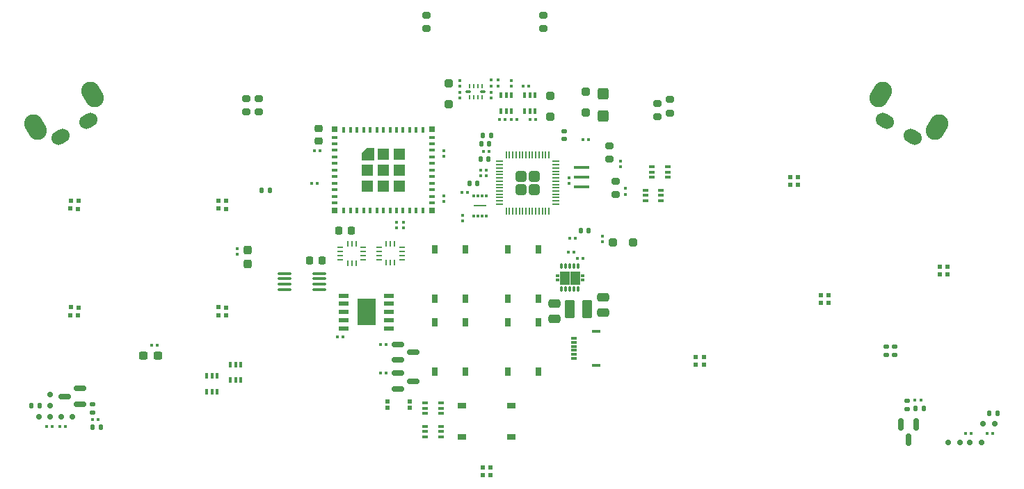
<source format=gbr>
%TF.GenerationSoftware,KiCad,Pcbnew,8.0.2*%
%TF.CreationDate,2024-08-31T11:23:20-07:00*%
%TF.ProjectId,UGC_Main_R4K,5547435f-4d61-4696-9e5f-52344b2e6b69,rev?*%
%TF.SameCoordinates,Original*%
%TF.FileFunction,Paste,Top*%
%TF.FilePolarity,Positive*%
%FSLAX46Y46*%
G04 Gerber Fmt 4.6, Leading zero omitted, Abs format (unit mm)*
G04 Created by KiCad (PCBNEW 8.0.2) date 2024-08-31 11:23:20*
%MOMM*%
%LPD*%
G01*
G04 APERTURE LIST*
G04 Aperture macros list*
%AMRoundRect*
0 Rectangle with rounded corners*
0 $1 Rounding radius*
0 $2 $3 $4 $5 $6 $7 $8 $9 X,Y pos of 4 corners*
0 Add a 4 corners polygon primitive as box body*
4,1,4,$2,$3,$4,$5,$6,$7,$8,$9,$2,$3,0*
0 Add four circle primitives for the rounded corners*
1,1,$1+$1,$2,$3*
1,1,$1+$1,$4,$5*
1,1,$1+$1,$6,$7*
1,1,$1+$1,$8,$9*
0 Add four rect primitives between the rounded corners*
20,1,$1+$1,$2,$3,$4,$5,0*
20,1,$1+$1,$4,$5,$6,$7,0*
20,1,$1+$1,$6,$7,$8,$9,0*
20,1,$1+$1,$8,$9,$2,$3,0*%
%AMHorizOval*
0 Thick line with rounded ends*
0 $1 width*
0 $2 $3 position (X,Y) of the first rounded end (center of the circle)*
0 $4 $5 position (X,Y) of the second rounded end (center of the circle)*
0 Add line between two ends*
20,1,$1,$2,$3,$4,$5,0*
0 Add two circle primitives to create the rounded ends*
1,1,$1,$2,$3*
1,1,$1,$4,$5*%
%AMRotRect*
0 Rectangle, with rotation*
0 The origin of the aperture is its center*
0 $1 length*
0 $2 width*
0 $3 Rotation angle, in degrees counterclockwise*
0 Add horizontal line*
21,1,$1,$2,0,0,$3*%
G04 Aperture macros list end*
%ADD10C,0.010000*%
%ADD11RoundRect,0.079500X0.100500X-0.079500X0.100500X0.079500X-0.100500X0.079500X-0.100500X-0.079500X0*%
%ADD12RoundRect,0.135000X0.135000X0.185000X-0.135000X0.185000X-0.135000X-0.185000X0.135000X-0.185000X0*%
%ADD13RoundRect,0.140000X-0.140000X-0.170000X0.140000X-0.170000X0.140000X0.170000X-0.140000X0.170000X0*%
%ADD14RoundRect,0.250000X0.475000X-0.250000X0.475000X0.250000X-0.475000X0.250000X-0.475000X-0.250000X0*%
%ADD15RoundRect,0.135000X0.185000X-0.135000X0.185000X0.135000X-0.185000X0.135000X-0.185000X-0.135000X0*%
%ADD16RoundRect,0.079500X-0.079500X-0.100500X0.079500X-0.100500X0.079500X0.100500X-0.079500X0.100500X0*%
%ADD17R,0.550000X0.500000*%
%ADD18RoundRect,0.079500X0.079500X0.100500X-0.079500X0.100500X-0.079500X-0.100500X0.079500X-0.100500X0*%
%ADD19RoundRect,0.200000X-0.275000X0.200000X-0.275000X-0.200000X0.275000X-0.200000X0.275000X0.200000X0*%
%ADD20RoundRect,0.200000X0.275000X-0.200000X0.275000X0.200000X-0.275000X0.200000X-0.275000X-0.200000X0*%
%ADD21RoundRect,0.250000X0.375000X0.850000X-0.375000X0.850000X-0.375000X-0.850000X0.375000X-0.850000X0*%
%ADD22RoundRect,0.150000X0.150000X0.200000X-0.150000X0.200000X-0.150000X-0.200000X0.150000X-0.200000X0*%
%ADD23RoundRect,0.079500X-0.100500X0.079500X-0.100500X-0.079500X0.100500X-0.079500X0.100500X0.079500X0*%
%ADD24R,0.745000X0.280000*%
%ADD25R,0.280000X0.745000*%
%ADD26RoundRect,0.135000X-0.135000X-0.185000X0.135000X-0.185000X0.135000X0.185000X-0.135000X0.185000X0*%
%ADD27RoundRect,0.225000X-0.225000X-0.250000X0.225000X-0.250000X0.225000X0.250000X-0.225000X0.250000X0*%
%ADD28RoundRect,0.050000X0.075000X-0.225000X0.075000X0.225000X-0.075000X0.225000X-0.075000X-0.225000X0*%
%ADD29RoundRect,0.050000X0.050000X-0.225000X0.050000X0.225000X-0.050000X0.225000X-0.050000X-0.225000X0*%
%ADD30RoundRect,0.050000X0.250000X-0.100000X0.250000X0.100000X-0.250000X0.100000X-0.250000X-0.100000X0*%
%ADD31RoundRect,0.150000X-0.587500X-0.150000X0.587500X-0.150000X0.587500X0.150000X-0.587500X0.150000X0*%
%ADD32RoundRect,0.150000X0.587500X0.150000X-0.587500X0.150000X-0.587500X-0.150000X0.587500X-0.150000X0*%
%ADD33RoundRect,0.250000X-0.425000X0.450000X-0.425000X-0.450000X0.425000X-0.450000X0.425000X0.450000X0*%
%ADD34RoundRect,0.135000X-0.185000X0.135000X-0.185000X-0.135000X0.185000X-0.135000X0.185000X0.135000X0*%
%ADD35RotRect,0.550000X0.550000X357.000000*%
%ADD36R,1.300000X0.600000*%
%ADD37R,2.300000X3.200000*%
%ADD38RoundRect,0.140000X0.140000X0.170000X-0.140000X0.170000X-0.140000X-0.170000X0.140000X-0.170000X0*%
%ADD39R,0.550000X0.550000*%
%ADD40RoundRect,0.140000X-0.170000X0.140000X-0.170000X-0.140000X0.170000X-0.140000X0.170000X0.140000X0*%
%ADD41RoundRect,0.250000X-0.475000X0.250000X-0.475000X-0.250000X0.475000X-0.250000X0.475000X0.250000X0*%
%ADD42HorizOval,2.250000X-0.250000X0.433013X0.250000X-0.433013X0*%
%ADD43HorizOval,1.700000X0.259808X0.150000X-0.259808X-0.150000X0*%
%ADD44RoundRect,0.150000X-0.200000X0.150000X-0.200000X-0.150000X0.200000X-0.150000X0.200000X0.150000X0*%
%ADD45HorizOval,2.250000X-0.250000X-0.433013X0.250000X0.433013X0*%
%ADD46HorizOval,1.700000X0.259808X-0.150000X-0.259808X0.150000X0*%
%ADD47RoundRect,0.150000X-0.150000X-0.200000X0.150000X-0.200000X0.150000X0.200000X-0.150000X0.200000X0*%
%ADD48R,0.750000X1.000000*%
%ADD49RoundRect,0.150000X-0.150000X0.587500X-0.150000X-0.587500X0.150000X-0.587500X0.150000X0.587500X0*%
%ADD50RoundRect,0.100000X-0.225000X-0.100000X0.225000X-0.100000X0.225000X0.100000X-0.225000X0.100000X0*%
%ADD51RoundRect,0.249999X0.395001X-0.395001X0.395001X0.395001X-0.395001X0.395001X-0.395001X-0.395001X0*%
%ADD52RoundRect,0.050000X0.050000X-0.387500X0.050000X0.387500X-0.050000X0.387500X-0.050000X-0.387500X0*%
%ADD53RoundRect,0.050000X0.387500X-0.050000X0.387500X0.050000X-0.387500X0.050000X-0.387500X-0.050000X0*%
%ADD54RoundRect,0.250000X0.250000X-0.250000X0.250000X0.250000X-0.250000X0.250000X-0.250000X-0.250000X0*%
%ADD55RoundRect,0.100000X0.100000X-0.225000X0.100000X0.225000X-0.100000X0.225000X-0.100000X-0.225000X0*%
%ADD56RoundRect,0.100000X-0.712500X-0.100000X0.712500X-0.100000X0.712500X0.100000X-0.712500X0.100000X0*%
%ADD57RoundRect,0.100000X0.225000X0.100000X-0.225000X0.100000X-0.225000X-0.100000X0.225000X-0.100000X0*%
%ADD58R,1.000000X0.750000*%
%ADD59R,1.900000X0.400000*%
%ADD60RoundRect,0.237500X-0.300000X-0.237500X0.300000X-0.237500X0.300000X0.237500X-0.300000X0.237500X0*%
%ADD61RoundRect,0.225000X0.250000X-0.225000X0.250000X0.225000X-0.250000X0.225000X-0.250000X-0.225000X0*%
%ADD62RoundRect,0.250000X-0.250000X0.250000X-0.250000X-0.250000X0.250000X-0.250000X0.250000X0.250000X0*%
%ADD63RoundRect,0.237500X0.237500X-0.300000X0.237500X0.300000X-0.237500X0.300000X-0.237500X-0.300000X0*%
%ADD64R,0.800000X0.400000*%
%ADD65R,0.400000X0.800000*%
%ADD66R,1.450000X1.450000*%
%ADD67R,0.700000X0.700000*%
%ADD68R,0.700000X0.300000*%
%ADD69R,1.000000X0.300000*%
%ADD70RoundRect,0.007200X0.112800X-0.292800X0.112800X0.292800X-0.112800X0.292800X-0.112800X-0.292800X0*%
%ADD71RoundRect,0.250000X0.250000X0.250000X-0.250000X0.250000X-0.250000X-0.250000X0.250000X-0.250000X0*%
%ADD72R,0.300000X0.400000*%
%ADD73R,1.600000X0.200000*%
G04 APERTURE END LIST*
D10*
%TO.C,U1*%
X204711000Y-104629800D02*
X203261000Y-104629800D01*
X203261000Y-103779800D01*
X203861000Y-103179800D01*
X204711000Y-103179800D01*
X204711000Y-104629800D01*
G36*
X204711000Y-104629800D02*
G01*
X203261000Y-104629800D01*
X203261000Y-103779800D01*
X203861000Y-103179800D01*
X204711000Y-103179800D01*
X204711000Y-104629800D01*
G37*
%TO.C,U4*%
X227265400Y-118848600D02*
X226925400Y-118848600D01*
X226925400Y-118598600D01*
X227265400Y-118598600D01*
X227265400Y-118848600D01*
G36*
X227265400Y-118848600D02*
G01*
X226925400Y-118848600D01*
X226925400Y-118598600D01*
X227265400Y-118598600D01*
X227265400Y-118848600D01*
G37*
X227265400Y-119348600D02*
X226925400Y-119348600D01*
X226925400Y-119098600D01*
X227265400Y-119098600D01*
X227265400Y-119348600D01*
G36*
X227265400Y-119348600D02*
G01*
X226925400Y-119348600D01*
X226925400Y-119098600D01*
X227265400Y-119098600D01*
X227265400Y-119348600D01*
G37*
X228525400Y-119723600D02*
X227465400Y-119723600D01*
X227465400Y-118223600D01*
X228525400Y-118223600D01*
X228525400Y-119723600D01*
G36*
X228525400Y-119723600D02*
G01*
X227465400Y-119723600D01*
X227465400Y-118223600D01*
X228525400Y-118223600D01*
X228525400Y-119723600D01*
G37*
X229785400Y-119723600D02*
X228725400Y-119723600D01*
X228725400Y-118223600D01*
X229785400Y-118223600D01*
X229785400Y-119723600D01*
G36*
X229785400Y-119723600D02*
G01*
X228725400Y-119723600D01*
X228725400Y-118223600D01*
X229785400Y-118223600D01*
X229785400Y-119723600D01*
G37*
X230325400Y-118848600D02*
X229985400Y-118848600D01*
X229985400Y-118598600D01*
X230325400Y-118598600D01*
X230325400Y-118848600D01*
G36*
X230325400Y-118848600D02*
G01*
X229985400Y-118848600D01*
X229985400Y-118598600D01*
X230325400Y-118598600D01*
X230325400Y-118848600D01*
G37*
X230325400Y-119348600D02*
X229985400Y-119348600D01*
X229985400Y-119098600D01*
X230325400Y-119098600D01*
X230325400Y-119348600D01*
G36*
X230325400Y-119348600D02*
G01*
X229985400Y-119348600D01*
X229985400Y-119098600D01*
X230325400Y-119098600D01*
X230325400Y-119348600D01*
G37*
%TD*%
D11*
%TO.C,R30*%
X219049600Y-95595000D03*
X219049600Y-94905000D03*
%TD*%
D12*
%TO.C,R39*%
X271731200Y-134899400D03*
X270711200Y-134899400D03*
%TD*%
D13*
%TO.C,C17*%
X229974200Y-113207800D03*
X230934200Y-113207800D03*
%TD*%
D14*
%TO.C,C4*%
X232714800Y-123251000D03*
X232714800Y-121351000D03*
%TD*%
D15*
%TO.C,R35*%
X268122400Y-128373600D03*
X268122400Y-127353600D03*
%TD*%
D16*
%TO.C,R1*%
X177759800Y-127203200D03*
X178449800Y-127203200D03*
%TD*%
D17*
%TO.C,SW16*%
X206451200Y-134048600D03*
X206451200Y-134848600D03*
X209101200Y-134048600D03*
X209101200Y-134848600D03*
%TD*%
D18*
%TO.C,C26*%
X280075200Y-137922000D03*
X279385200Y-137922000D03*
%TD*%
D11*
%TO.C,R8*%
X213309200Y-109717400D03*
X213309200Y-109027400D03*
%TD*%
D18*
%TO.C,R5*%
X230926200Y-102108000D03*
X230236200Y-102108000D03*
%TD*%
D19*
%TO.C,R22*%
X225430000Y-86985000D03*
X225430000Y-88635000D03*
%TD*%
D18*
%TO.C,C27*%
X277509800Y-137922000D03*
X276819800Y-137922000D03*
%TD*%
D20*
%TO.C,R38*%
X240817400Y-98919800D03*
X240817400Y-97269800D03*
%TD*%
D16*
%TO.C,C33*%
X164907400Y-137083800D03*
X165597400Y-137083800D03*
%TD*%
D21*
%TO.C,L5*%
X230767200Y-122783600D03*
X228617200Y-122783600D03*
%TD*%
D16*
%TO.C,R6*%
X217788900Y-106566900D03*
X218478900Y-106566900D03*
%TD*%
D11*
%TO.C,C15*%
X234797600Y-105424800D03*
X234797600Y-104734800D03*
%TD*%
D22*
%TO.C,D7*%
X166686000Y-135940800D03*
X168086000Y-135940800D03*
%TD*%
D23*
%TO.C,R12*%
X228498400Y-106792200D03*
X228498400Y-107482200D03*
%TD*%
D24*
%TO.C,U10*%
X203487600Y-116777200D03*
X203487600Y-116277200D03*
X203487600Y-115777200D03*
X203487600Y-115277200D03*
D25*
X202589600Y-114879200D03*
X202089600Y-114879200D03*
X201589600Y-114879200D03*
D24*
X200691600Y-115277200D03*
X200691600Y-115777200D03*
X200691600Y-116277200D03*
X200691600Y-116777200D03*
D25*
X201589600Y-117175200D03*
X202089600Y-117175200D03*
X202589600Y-117175200D03*
%TD*%
D23*
%TO.C,C22*%
X215278400Y-96392800D03*
X215278400Y-97082800D03*
%TD*%
D26*
%TO.C,R41*%
X279677400Y-135509000D03*
X280697400Y-135509000D03*
%TD*%
D27*
%TO.C,C12*%
X200494600Y-113233200D03*
X202044600Y-113233200D03*
%TD*%
D28*
%TO.C,U13*%
X216408000Y-96955600D03*
D29*
X216908000Y-96955600D03*
X217408000Y-96955600D03*
D28*
X217908000Y-96955600D03*
D30*
X218058000Y-96280600D03*
D28*
X217908000Y-95605600D03*
D29*
X217408000Y-95605600D03*
X216908000Y-95605600D03*
D28*
X216408000Y-95605600D03*
D30*
X216258000Y-96280600D03*
%TD*%
D31*
%TO.C,Q1*%
X207675000Y-127116800D03*
X207675000Y-129016800D03*
X209550000Y-128066800D03*
%TD*%
D18*
%TO.C,C11*%
X216170000Y-108550000D03*
X215480000Y-108550000D03*
%TD*%
D32*
%TO.C,Q5*%
X169011600Y-134391400D03*
X169011600Y-132491400D03*
X167136600Y-133441400D03*
%TD*%
D33*
%TO.C,C3*%
X232664000Y-96541600D03*
X232664000Y-99241600D03*
%TD*%
D19*
%TO.C,R21*%
X211140000Y-86965000D03*
X211140000Y-88615000D03*
%TD*%
D23*
%TO.C,R9*%
X213258400Y-103490200D03*
X213258400Y-104180200D03*
%TD*%
D34*
%TO.C,R34*%
X267106400Y-127353600D03*
X267106400Y-128373600D03*
%TD*%
D18*
%TO.C,R3*%
X230219870Y-116613394D03*
X229529870Y-116613394D03*
%TD*%
D35*
%TO.C,L2*%
X167834453Y-110533889D03*
X168783151Y-110583609D03*
X168832871Y-109634911D03*
X167884173Y-109585191D03*
%TD*%
D18*
%TO.C,R17*%
X206237400Y-130606800D03*
X205547400Y-130606800D03*
%TD*%
D19*
%TO.C,R37*%
X239268000Y-97727000D03*
X239268000Y-99377000D03*
%TD*%
D16*
%TO.C,C32*%
X170520800Y-136271000D03*
X171210800Y-136271000D03*
%TD*%
%TO.C,R16*%
X205547400Y-127152400D03*
X206237400Y-127152400D03*
%TD*%
D36*
%TO.C,U12*%
X206617200Y-125164600D03*
X206617200Y-124164600D03*
X206617200Y-123164600D03*
X206617200Y-122164600D03*
X206617200Y-121164600D03*
X201117200Y-121164600D03*
X201117200Y-122164600D03*
X201117200Y-123164600D03*
X201117200Y-124164600D03*
X201117200Y-125164600D03*
D37*
X203867200Y-123164600D03*
%TD*%
D16*
%TO.C,R20*%
X197216200Y-107442000D03*
X197906200Y-107442000D03*
%TD*%
D38*
%TO.C,C8*%
X218818400Y-102666800D03*
X217858400Y-102666800D03*
%TD*%
D23*
%TO.C,C21*%
X219049600Y-96378200D03*
X219049600Y-97068200D03*
%TD*%
D35*
%TO.C,L1*%
X185834453Y-110533889D03*
X186783151Y-110583609D03*
X186832871Y-109634911D03*
X185884173Y-109585191D03*
%TD*%
D39*
%TO.C,L12*%
X259158657Y-122059400D03*
X260108657Y-122059400D03*
X260108657Y-121109400D03*
X259158657Y-121109400D03*
%TD*%
D22*
%TO.C,D14*%
X278928600Y-136779000D03*
X280328600Y-136779000D03*
%TD*%
D18*
%TO.C,R25*%
X222188600Y-99720400D03*
X221498600Y-99720400D03*
%TD*%
D40*
%TO.C,C5*%
X227914200Y-101094600D03*
X227914200Y-102054600D03*
%TD*%
D20*
%TO.C,R36*%
X189204600Y-98792800D03*
X189204600Y-97142800D03*
%TD*%
D41*
%TO.C,C23*%
X226720400Y-122087600D03*
X226720400Y-123987600D03*
%TD*%
D26*
%TO.C,R11*%
X191107600Y-108356400D03*
X192127600Y-108356400D03*
%TD*%
D19*
%TO.C,R4*%
X190754000Y-97142800D03*
X190754000Y-98792800D03*
%TD*%
D23*
%TO.C,R18*%
X208381600Y-112227800D03*
X208381600Y-112917800D03*
%TD*%
%TO.C,R29*%
X215278400Y-94919600D03*
X215278400Y-95609600D03*
%TD*%
D42*
%TO.C,SW7*%
X163618112Y-100644336D03*
X170546316Y-96644336D03*
D43*
X166643465Y-101784400D03*
X170020963Y-99834400D03*
%TD*%
D12*
%TO.C,R33*%
X164136800Y-134594600D03*
X163116800Y-134594600D03*
%TD*%
D44*
%TO.C,D6*%
X165354000Y-134583400D03*
X165354000Y-133183400D03*
%TD*%
D45*
%TO.C,SW8*%
X266420998Y-96644336D03*
X273349202Y-100644336D03*
D46*
X266946351Y-99834400D03*
X270323849Y-101784400D03*
%TD*%
D47*
%TO.C,D16*%
X276112200Y-139039600D03*
X274712200Y-139039600D03*
%TD*%
D48*
%TO.C,SW17*%
X215921157Y-115516400D03*
X215921157Y-121516400D03*
X212171157Y-115516400D03*
X212171157Y-121516400D03*
%TD*%
D18*
%TO.C,C6*%
X218835800Y-103581200D03*
X218145800Y-103581200D03*
%TD*%
D11*
%TO.C,R19*%
X207518000Y-112933000D03*
X207518000Y-112243000D03*
%TD*%
D27*
%TO.C,C13*%
X196938600Y-116840000D03*
X198488600Y-116840000D03*
%TD*%
D49*
%TO.C,Q6*%
X270788300Y-136829800D03*
X268888300Y-136829800D03*
X269838300Y-138704800D03*
%TD*%
D16*
%TO.C,R23*%
X223784600Y-99720400D03*
X224474600Y-99720400D03*
%TD*%
D23*
%TO.C,R28*%
X221538800Y-94955800D03*
X221538800Y-95645800D03*
%TD*%
D11*
%TO.C,R10*%
X215595200Y-112079600D03*
X215595200Y-111389600D03*
%TD*%
D50*
%TO.C,D13*%
X211038400Y-137080900D03*
X211038400Y-137730900D03*
X211038400Y-138380900D03*
X212938400Y-138380900D03*
X212938400Y-137730900D03*
X212938400Y-137080900D03*
%TD*%
D51*
%TO.C,U8*%
X222684800Y-108208100D03*
X224284800Y-108208100D03*
X222684800Y-106608100D03*
X224284800Y-106608100D03*
D52*
X220884800Y-110845600D03*
X221284800Y-110845600D03*
X221684800Y-110845600D03*
X222084800Y-110845600D03*
X222484800Y-110845600D03*
X222884800Y-110845600D03*
X223284800Y-110845600D03*
X223684800Y-110845600D03*
X224084800Y-110845600D03*
X224484800Y-110845600D03*
X224884800Y-110845600D03*
X225284800Y-110845600D03*
X225684800Y-110845600D03*
X226084800Y-110845600D03*
D53*
X226922300Y-110008100D03*
X226922300Y-109608100D03*
X226922300Y-109208100D03*
X226922300Y-108808100D03*
X226922300Y-108408100D03*
X226922300Y-108008100D03*
X226922300Y-107608100D03*
X226922300Y-107208100D03*
X226922300Y-106808100D03*
X226922300Y-106408100D03*
X226922300Y-106008100D03*
X226922300Y-105608100D03*
X226922300Y-105208100D03*
X226922300Y-104808100D03*
D52*
X226084800Y-103970600D03*
X225684800Y-103970600D03*
X225284800Y-103970600D03*
X224884800Y-103970600D03*
X224484800Y-103970600D03*
X224084800Y-103970600D03*
X223684800Y-103970600D03*
X223284800Y-103970600D03*
X222884800Y-103970600D03*
X222484800Y-103970600D03*
X222084800Y-103970600D03*
X221684800Y-103970600D03*
X221284800Y-103970600D03*
X220884800Y-103970600D03*
D53*
X220047300Y-104808100D03*
X220047300Y-105208100D03*
X220047300Y-105608100D03*
X220047300Y-106008100D03*
X220047300Y-106408100D03*
X220047300Y-106808100D03*
X220047300Y-107208100D03*
X220047300Y-107608100D03*
X220047300Y-108008100D03*
X220047300Y-108408100D03*
X220047300Y-108808100D03*
X220047300Y-109208100D03*
X220047300Y-109608100D03*
X220047300Y-110008100D03*
%TD*%
D39*
%TO.C,L13*%
X273671617Y-118569002D03*
X274621617Y-118569002D03*
X274621617Y-117619002D03*
X273671617Y-117619002D03*
%TD*%
D16*
%TO.C,R7*%
X217788900Y-105855700D03*
X218478900Y-105855700D03*
%TD*%
%TO.C,R26*%
X222971800Y-95656400D03*
X223661800Y-95656400D03*
%TD*%
D34*
%TO.C,R40*%
X269671800Y-133983000D03*
X269671800Y-135003000D03*
%TD*%
D35*
%TO.C,L4*%
X185834453Y-123533889D03*
X186783151Y-123583609D03*
X186832871Y-122634911D03*
X185884173Y-122585191D03*
%TD*%
D47*
%TO.C,D3*%
X165393600Y-135940800D03*
X163993600Y-135940800D03*
%TD*%
D19*
%TO.C,R14*%
X234188000Y-107226600D03*
X234188000Y-108876600D03*
%TD*%
D54*
%TO.C,D2*%
X213868000Y-97820800D03*
X213868000Y-95320800D03*
%TD*%
D55*
%TO.C,D8*%
X184414400Y-132842000D03*
X185064400Y-132842000D03*
X185714400Y-132842000D03*
X185714400Y-130942000D03*
X185064400Y-130942000D03*
X184414400Y-130942000D03*
%TD*%
D13*
%TO.C,C10*%
X217779600Y-104495600D03*
X218739600Y-104495600D03*
%TD*%
D56*
%TO.C,U6*%
X193924700Y-118455800D03*
X193924700Y-119105800D03*
X193924700Y-119755800D03*
X193924700Y-120405800D03*
X198149700Y-120405800D03*
X198149700Y-119755800D03*
X198149700Y-119105800D03*
X198149700Y-118455800D03*
%TD*%
D18*
%TO.C,C16*%
X229300600Y-114198400D03*
X228610600Y-114198400D03*
%TD*%
%TO.C,C18*%
X201030400Y-126161800D03*
X200340400Y-126161800D03*
%TD*%
%TO.C,R24*%
X220715400Y-99720400D03*
X220025400Y-99720400D03*
%TD*%
D57*
%TO.C,D5*%
X240527800Y-106745800D03*
X240527800Y-106095800D03*
X240527800Y-105445800D03*
X238627800Y-105445800D03*
X238627800Y-106095800D03*
X238627800Y-106745800D03*
%TD*%
D58*
%TO.C,SW5*%
X221483657Y-138353800D03*
X215483657Y-138353800D03*
X221483657Y-134603800D03*
X215483657Y-134603800D03*
%TD*%
D11*
%TO.C,R2*%
X188112400Y-116118200D03*
X188112400Y-115428200D03*
%TD*%
D47*
%TO.C,D15*%
X278703000Y-139039600D03*
X277303000Y-139039600D03*
%TD*%
D59*
%TO.C,Y1*%
X230073200Y-107905400D03*
X230073200Y-106705400D03*
X230073200Y-105505400D03*
%TD*%
D50*
%TO.C,D12*%
X211038400Y-134221000D03*
X211038400Y-134871000D03*
X211038400Y-135521000D03*
X212938400Y-135521000D03*
X212938400Y-134871000D03*
X212938400Y-134221000D03*
%TD*%
D60*
%TO.C,C1*%
X176734300Y-128473200D03*
X178459300Y-128473200D03*
%TD*%
D48*
%TO.C,SW18*%
X221046157Y-130391400D03*
X221046157Y-124391400D03*
X224796157Y-130391400D03*
X224796157Y-124391400D03*
%TD*%
D38*
%TO.C,C7*%
X219021600Y-101650800D03*
X218061600Y-101650800D03*
%TD*%
D39*
%TO.C,L10*%
X243982313Y-129617540D03*
X244932313Y-129617540D03*
X244932313Y-128667540D03*
X243982313Y-128667540D03*
%TD*%
D61*
%TO.C,C19*%
X198043800Y-102349600D03*
X198043800Y-100799600D03*
%TD*%
D23*
%TO.C,R27*%
X219862400Y-94905000D03*
X219862400Y-95595000D03*
%TD*%
D16*
%TO.C,C25*%
X270647600Y-133934200D03*
X271337600Y-133934200D03*
%TD*%
%TO.C,C20*%
X197521000Y-103479600D03*
X198211000Y-103479600D03*
%TD*%
D62*
%TO.C,D10*%
X226212400Y-96844800D03*
X226212400Y-99344800D03*
%TD*%
D63*
%TO.C,C2*%
X189382400Y-117296100D03*
X189382400Y-115571100D03*
%TD*%
D16*
%TO.C,C34*%
X166533000Y-137083800D03*
X167223000Y-137083800D03*
%TD*%
D48*
%TO.C,SW19*%
X215921157Y-124391400D03*
X215921157Y-130391400D03*
X212171157Y-124391400D03*
X212171157Y-130391400D03*
%TD*%
D55*
%TO.C,D11*%
X187310000Y-131455200D03*
X187960000Y-131455200D03*
X188610000Y-131455200D03*
X188610000Y-129555200D03*
X187960000Y-129555200D03*
X187310000Y-129555200D03*
%TD*%
D31*
%TO.C,Q2*%
X207698100Y-130622000D03*
X207698100Y-132522000D03*
X209573100Y-131572000D03*
%TD*%
D64*
%TO.C,U1*%
X200036000Y-101854800D03*
X200036000Y-102654800D03*
X200036000Y-103454800D03*
X200036000Y-104254800D03*
X200036000Y-105054800D03*
X200036000Y-105854800D03*
X200036000Y-106654800D03*
X200036000Y-107454800D03*
X200036000Y-108254800D03*
X200036000Y-109054800D03*
X200036000Y-109854800D03*
D65*
X201136000Y-110754800D03*
X201936000Y-110754800D03*
X202736000Y-110754800D03*
X203536000Y-110754800D03*
X204336000Y-110754800D03*
X205136000Y-110754800D03*
X205936000Y-110754800D03*
X206736000Y-110754800D03*
X207536000Y-110754800D03*
X208336000Y-110754800D03*
X209136000Y-110754800D03*
X209936000Y-110754800D03*
X210736000Y-110754800D03*
D64*
X211836000Y-109854800D03*
X211836000Y-109054800D03*
X211836000Y-108254800D03*
X211836000Y-107454800D03*
X211836000Y-106654800D03*
X211836000Y-105854800D03*
X211836000Y-105054800D03*
X211836000Y-104254800D03*
X211836000Y-103454800D03*
X211836000Y-102654800D03*
X211836000Y-101854800D03*
D65*
X210736000Y-100954800D03*
X209936000Y-100954800D03*
X209136000Y-100954800D03*
X208336000Y-100954800D03*
X207536000Y-100954800D03*
X206736000Y-100954800D03*
X205936000Y-100954800D03*
X205136000Y-100954800D03*
X204336000Y-100954800D03*
X203536000Y-100954800D03*
X202736000Y-100954800D03*
X201936000Y-100954800D03*
X201136000Y-100954800D03*
D66*
X205936000Y-105854800D03*
D67*
X211886000Y-100904800D03*
X211886000Y-110804800D03*
X199986000Y-110804800D03*
X199986000Y-100904800D03*
D66*
X203986000Y-105854800D03*
X203986000Y-107804800D03*
X205936000Y-107804800D03*
X207886000Y-107804800D03*
X207886000Y-105854800D03*
X207886000Y-103904800D03*
X205936000Y-103904800D03*
%TD*%
D16*
%TO.C,C24*%
X228406576Y-115848352D03*
X229096576Y-115848352D03*
%TD*%
D19*
%TO.C,R13*%
X233476800Y-102883200D03*
X233476800Y-104533200D03*
%TD*%
D23*
%TO.C,C14*%
X235356400Y-108113000D03*
X235356400Y-108803000D03*
%TD*%
D39*
%TO.C,L11*%
X255416532Y-107687626D03*
X256366532Y-107687626D03*
X256366532Y-106737626D03*
X255416532Y-106737626D03*
%TD*%
D68*
%TO.C,J2*%
X229157400Y-128834200D03*
X229157400Y-128334200D03*
X229157400Y-127834200D03*
X229157400Y-127334200D03*
X229157400Y-126834200D03*
X229157400Y-126334200D03*
D69*
X231807400Y-129624200D03*
X231807400Y-125544200D03*
%TD*%
D13*
%TO.C,C9*%
X216390000Y-107450000D03*
X217350000Y-107450000D03*
%TD*%
D11*
%TO.C,R15*%
X232613200Y-114594200D03*
X232613200Y-113904200D03*
%TD*%
D12*
%TO.C,R31*%
X171553600Y-137210800D03*
X170533600Y-137210800D03*
%TD*%
D24*
%TO.C,U5*%
X208178400Y-116763800D03*
X208178400Y-116263800D03*
X208178400Y-115763800D03*
X208178400Y-115263800D03*
D25*
X207280400Y-114865800D03*
X206780400Y-114865800D03*
X206280400Y-114865800D03*
D24*
X205382400Y-115263800D03*
X205382400Y-115763800D03*
X205382400Y-116263800D03*
X205382400Y-116763800D03*
D25*
X206280400Y-117161800D03*
X206780400Y-117161800D03*
X207280400Y-117161800D03*
%TD*%
D70*
%TO.C,U4*%
X227625400Y-120373600D03*
X228125400Y-120373600D03*
X228625400Y-120373600D03*
X229125400Y-120373600D03*
X229625400Y-120373600D03*
X229625400Y-117573600D03*
X229125400Y-117573600D03*
X228625400Y-117573600D03*
X228125400Y-117573600D03*
X227625400Y-117573600D03*
%TD*%
D15*
%TO.C,R32*%
X170535600Y-135409400D03*
X170535600Y-134389400D03*
%TD*%
D55*
%TO.C,Q4*%
X220228400Y-98638400D03*
X220878400Y-98638400D03*
X221528400Y-98638400D03*
X221528400Y-96738400D03*
X220878400Y-96738400D03*
X220228400Y-96738400D03*
%TD*%
D48*
%TO.C,SW9*%
X221046157Y-121516400D03*
X221046157Y-115516400D03*
X224796157Y-121516400D03*
X224796157Y-115516400D03*
%TD*%
D35*
%TO.C,L3*%
X167834453Y-123533889D03*
X168783151Y-123583609D03*
X168832871Y-122634911D03*
X167884173Y-122585191D03*
%TD*%
D54*
%TO.C,D9*%
X230581200Y-98836800D03*
X230581200Y-96336800D03*
%TD*%
D55*
%TO.C,Q3*%
X223124000Y-98638400D03*
X223774000Y-98638400D03*
X224424000Y-98638400D03*
X224424000Y-96738400D03*
X223774000Y-96738400D03*
X223124000Y-96738400D03*
%TD*%
D57*
%TO.C,D4*%
X239710000Y-109605600D03*
X239710000Y-108955600D03*
X239710000Y-108305600D03*
X237810000Y-108305600D03*
X237810000Y-108955600D03*
X237810000Y-109605600D03*
%TD*%
D39*
%TO.C,L6*%
X218008657Y-143038600D03*
X218958657Y-143038600D03*
X218958657Y-142088600D03*
X218008657Y-142088600D03*
%TD*%
D71*
%TO.C,D1*%
X236352400Y-114706400D03*
X233852400Y-114706400D03*
%TD*%
D72*
%TO.C,U9*%
X216939993Y-111424008D03*
X217439993Y-111424008D03*
X217939993Y-111424008D03*
X218439993Y-111424008D03*
X218439993Y-109024008D03*
X217939993Y-109024008D03*
X217439993Y-109024008D03*
X216939993Y-109024008D03*
D73*
X217689993Y-110224008D03*
%TD*%
M02*

</source>
